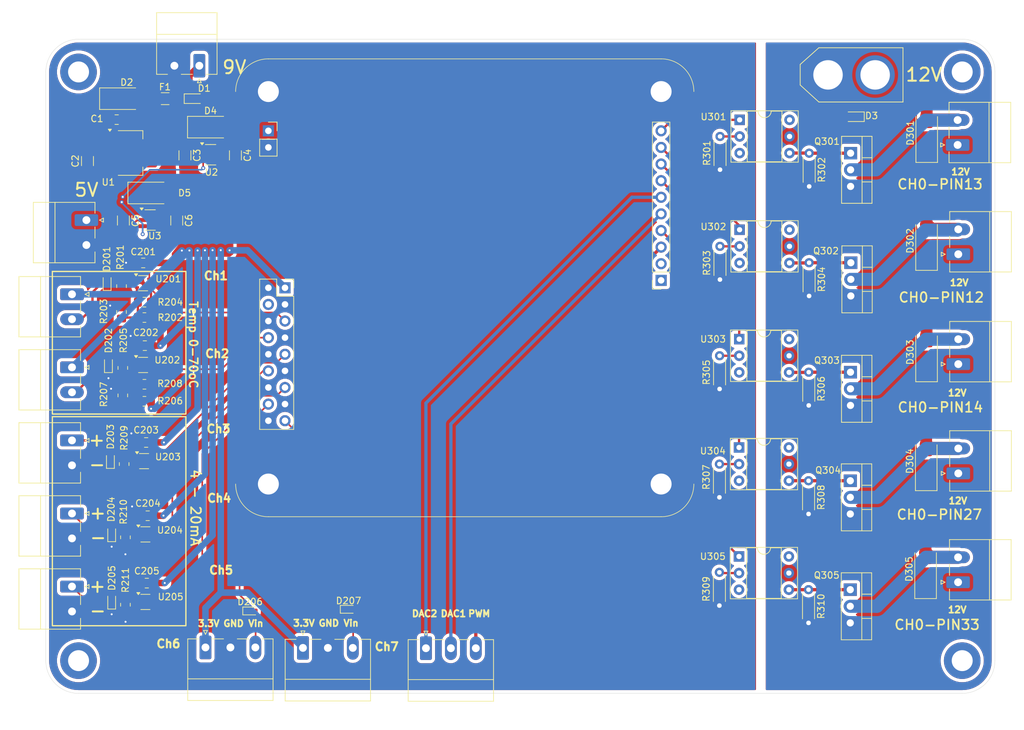
<source format=kicad_pcb>
(kicad_pcb (version 20240108) (generator "pcbnew") (generator_version "8.0")
  (layers (0 "F.Cu" signal) (31 "B.Cu" signal) (34 "B.Paste" user) (35 "F.Paste" user) (36 "B.SilkS" user "B.Silkscreen") (37 "F.SilkS" user "F.Silkscreen") (38 "B.Mask" user) (39 "F.Mask" user) (44 "Edge.Cuts" user))
  (net 0 "")
  (net 1 "/Vcc_protected")
  (net 2 "GND")
  (net 3 "+5V")
  (net 4 "+3.3V")
  (net 5 "+3.3VADC")
  (net 6 "VCC")
  (net 7 "Net-(D2-A)")
  (net 8 "/analog_input/Vin3")
  (net 9 "+12V")
  (net 10 "/analog_input/Vin4")
  (net 11 "/analog_input/Vin5")
  (net 12 "/analog_input/FB1")
  (net 13 "/analog_input/FB2")
  (net 14 "/analog_input/Vin1")
  (net 15 "/analog_input/Vin2")
  (net 16 "/Vout6")
  (net 17 "/Vout7")
  (net 18 "/Vout1")
  (net 19 "/Vout4")
  (net 20 "/Vout2")
  (net 21 "/Vout5")
  (net 22 "/Vout3")
  (net 23 "/Vout0")
  (net 24 "/digital_output/Qneg1")
  (net 25 "/digital_output/Qneg0")
  (net 26 "/digital_output/Qneg2")
  (net 27 "/digital_output/Qneg3")
  (net 28 "/digital_output/Qneg4")
  (net 33 "/D32PWM1")
  (net 34 "/digital_output/Q4")
  (net 35 "/digital_output/Q1")
  (net 36 "/D25DAC1")
  (net 37 "/D26DAC2")
  (net 38 "/digital_output/Q0")
  (net 39 "/digital_output/Q3")
  (net 41 "/digital_output/Q2")
  (net 43 "GNDPWR")
  (net 44 "Net-(Q301-G)")
  (net 45 "Net-(Q302-G)")
  (net 46 "Net-(Q303-G)")
  (net 47 "Net-(Q304-G)")
  (net 48 "Net-(Q305-G)")
  (net 49 "Net-(R301-Pad1)")
  (net 50 "Net-(R303-Pad1)")
  (net 51 "Net-(R305-Pad1)")
  (net 52 "Net-(R307-Pad1)")
  (net 53 "Net-(R309-Pad1)")
  (footprint "Package_TO_SOT_SMD:SOT-353_SC-70-5" (layer "F.Cu") (at 115.015 94.4975)
    (property "Reference" "U203")
    (property "Value" "TLV9001IDCK" (hide yes))
  )
  (footprint "Package_DIP:DIP-6_W7.62mm_Socket" (layer "F.Cu") (at 205.9076 92.4109)
    (property "Reference" "U304")
    (property "Value" "4N25" (hide yes))
  )
  (footprint "Connector_Phoenix_MC:PhoenixContact_MC_1,5_2-G-3.81_1x02_P3.81mm_Horizontal" (layer "F.Cu") (at 239.3 46.16 90)
    (property "Reference" "J301" (hide yes))
    (property "Value" "Conn_01x02")
  )
  (footprint "Package_TO_SOT_THT:TO-220-3_Vertical" (layer "F.Cu") (at 222.9836 64.1665 -90)
    (property "Reference" "Q302")
    (property "Value" "IRLZ44N" (hide yes))
  )
  (footprint "Package_DIP:DIP-6_W7.62mm_Socket" (layer "F.Cu") (at 206 42.3218)
    (property "Reference" "U301")
    (property "Value" "4N25" (hide yes))
  )
  (footprint "Connector_Phoenix_MC:PhoenixContact_MC_1,5_2-G-3.81_1x02_P3.81mm_Horizontal" (layer "F.Cu") (at 104 80.16 -90)
    (property "Reference" "J202" (hide yes))
    (property "Value" "Conn_01x02_Pin")
  )
  (footprint "Resistor_SMD:R_0805_2012Metric_Pad1.20x1.40mm_HandSolder" (layer "F.Cu") (at 115.065 72.5475)
    (property "Reference" "R202")
    (property "Value" "4.3K" (hide yes))
  )
  (footprint "Connector_Phoenix_MC:PhoenixContact_MC_1,5_2-G-3.81_1x02_P3.81mm_Horizontal" (layer "F.Cu") (at 106.2 57.65 -90)
    (property "Reference" "J2" (hide yes))
    (property "Value" "Conn_01x02_Pin")
  )
  (footprint "Resistor_SMD:R_0805_2012Metric_Pad1.20x1.40mm_HandSolder" (layer "F.Cu") (at 111.765 84.4475 -90)
    (property "Reference" "R207")
    (property "Value" "4.3K" (hide yes))
  )
  (footprint "Capacitor_SMD:C_1206_3216Metric" (layer "F.Cu") (at 111.85 57.7125 -90)
    (property "Reference" "C5")
    (property "Value" "0.1uF")
  )
  (footprint "Diode_SMD:D_SOD-523" (layer "F.Cu") (at 110.065 105.5475 90)
    (property "Reference" "D204")
    (property "Value" "6.8V" (hide yes))
  )
  (footprint "Capacitor_SMD:C_0805_2012Metric_Pad1.18x1.45mm_HandSolder" (layer "F.Cu") (at 114.8775 64.1975 180)
    (property "Reference" "C201")
    (property "Value" "10uF" (hide yes))
  )
  (footprint "Diode_SMD:D_SMA_Handsoldering" (layer "F.Cu") (at 234.55 77.85 90)
    (property "Reference" "D303")
    (property "Value" "50V 5A")
  )
  (footprint "Fuse:Fuse_1206_3216Metric" (layer "F.Cu") (at 118.23 39.0875 180)
    (property "Reference" "F1")
    (property "Value" "13.2V 3A" (hide yes))
  )
  (footprint "Resistor_THT:R_Axial_DIN0204_L3.6mm_D1.6mm_P5.08mm_Horizontal" (layer "F.Cu") (at 216.6082 64.1665 -90)
    (property "Reference" "R304")
    (property "Value" "2.2K" (hide yes))
  )
  (footprint "Diode_SMD:D_0603_1608Metric_Pad1.05x0.95mm_HandSolder" (layer "F.Cu") (at 223.375 41.85 180)
    (property "Reference" "D3")
    (property "Value" "VS12VBA1HS" (hide yes))
  )
  (footprint "Diode_SMD:D_SMA" (layer "F.Cu") (at 125.1625 43.4375)
    (property "Reference" "D4")
    (property "Value" "50V 5A" (hide yes))
  )
  (footprint "MountingHole:MountingHole_3.2mm_M3_DIN965_Pad_TopBottom" (layer "F.Cu") (at 134 98)
    (property "Reference" "H4" (hide yes))
    (property "Value" "MountingHole_Pad" (hide yes))
  )
  (footprint "Connector_PinSocket_2.54mm:PinSocket_2x09_P2.54mm_Vertical" (layer "F.Cu") (at 136.54 68)
    (property "Reference" "J4" (hide yes))
    (property "Value" "Conn_02x09_Odd_Even" (hide yes))
  )
  (footprint "Capacitor_SMD:C_0805_2012Metric_Pad1.18x1.45mm_HandSolder" (layer "F.Cu") (at 115.565 102.8475 180)
    (property "Reference" "C204")
    (property "Value" "10uF" (hide yes))
  )
  (footprint "Connector_Phoenix_MC:PhoenixContact_MC_1,5_2-G-3.81_1x02_P3.81mm_Horizontal" (layer "F.Cu") (at 239.4 79.67 90)
    (property "Reference" "J303" (hide yes))
    (property "Value" "Conn_01x02")
  )
  (footprint "Resistor_THT:R_Axial_DIN0204_L3.6mm_D1.6mm_P5.08mm_Horizontal" (layer "F.Cu") (at 216.5546 80.9018 -90)
    (property "Reference" "R306")
    (property "Value" "2.2K" (hide yes))
  )
  (footprint "Connector_PinSocket_2.54mm:PinSocket_1x02_P2.54mm_Vertical" (layer "F.Cu") (at 134 44)
    (property "Reference" "J5" (hide yes))
    (property "Value" "Conn_01x02_Pin" (hide yes))
  )
  (footprint "Package_TO_SOT_SMD:SOT-353_SC-70-5" (layer "F.Cu") (at 114.865 79.7975)
    (property "Reference" "U202")
    (property "Value" "TLV9001IDCK" (hide yes))
  )
  (footprint "MountingHole:MountingHole_3.2mm_M3_DIN965_Pad_TopBottom" (layer "F.Cu") (at 194 98)
    (property "Reference" "H3" (hide yes))
    (property "Value" "MountingHole_Pad" (hide yes))
  )
  (footprint "Capacitor_SMD:C_1206_3216Metric" (layer "F.Cu") (at 128.9625 47.75 -90)
    (property "Reference" "C4")
    (property "Value" "0.1uF")
  )
  (footprint "Connector_Phoenix_MC:PhoenixContact_MC_1,5_2-G-3.81_1x02_P3.81mm_Horizontal" (layer "F.Cu") (at 104 68.99 -90)
    (property "Reference" "J201" (hide yes))
    (property "Value" "Conn_01x02_Pin")
  )
  (footprint "MountingHole:MountingHole_3.2mm_M3_DIN965_Pad_TopBottom" (layer "F.Cu") (at 105 35)
    (property "Reference" "H6" (hide yes))
    (property "Value" "MountingHole_Pad" (hide yes))
  )
  (footprint "Package_DIP:DIP-6_W7.62mm_Socket" (layer "F.Cu") (at 205.9 109.0718)
    (property "Reference" "U305")
    (property "Value" "4N25" (hide yes))
  )
  (footprint "Connector_PinSocket_2.54mm:PinSocket_1x10_P2.54mm_Vertical" (layer "F.Cu") (at 194 66.86 180)
    (property "Reference" "J6" (hide yes))
    (property "Value" "Conn_01x10" (hide yes))
  )
  (footprint "Diode_SMD:D_SOD-523" (layer "F.Cu") (at 131.35 117.4)
    (property "Reference" "D206")
    (property "Value" "6.8V" (hide yes))
  )
  (footprint "Resistor_THT:R_Axial_DIN0204_L3.6mm_D1.6mm_P5.08mm_Horizontal" (layer "F.Cu") (at 202.934 78.3886 -90)
    (property "Reference" "R305")
    (property "Value" "220" (hide yes))
  )
  (footprint "Resistor_THT:R_Axial_DIN0204_L3.6mm_D1.6mm_P5.08mm_Horizontal" (layer "F.Cu") (at 216.5206 114.1496 -90)
    (property "Reference" "R310")
    (property "Value" "2.2K" (hide yes))
  )
  (footprint "Capacitor_SMD:C_0805_2012Metric_Pad1.18x1.45mm_HandSolder" (layer "F.Cu") (at 110.825 42.2875)
    (property "Reference" "C1")
    (property "Value" "0.22uF" (hide yes))
  )
  (footprint "Package_TO_SOT_SMD:SOT-23-5" (layer "F.Cu") (at 125.175 47.6625)
    (property "Reference" "U2")
    (property "Value" "TLV75733PDBV" (hide yes))
  )
  (footprint "Capacitor_SMD:C_1206_3216Metric" (layer "F.Cu") (at 106.3625 48.625 90)
    (property "Reference" "C2")
    (property "Value" "0.1uF")
  )
  (footprint "Connector_Phoenix_MC:PhoenixContact_MC_1,5_2-G-3.81_1x02_P3.81mm_Horizontal" (layer "F.Cu") (at 239.4 96.37 90)
    (property "Reference" "J304" (hide yes))
    (property "Value" "Conn_01x02")
  )
  (footprint "Connector_Phoenix_MC:PhoenixContact_MC_1,5_2-G-3.81_1x02_P3.81mm_Horizontal" (layer "F.Cu") (at 104 102.5 -90)
    (property "Reference" "J204" (hide yes))
    (property "Value" "Conn_01x02_Pin")
  )
  (footprint "Diode_SMD:D_SMA_Handsoldering" (layer "F.Cu") (at 234.575 44.325 90)
    (property "Reference" "D301")
    (property "Value" "50V 5A")
  )
  (footprint "Connector_Phoenix_MC:PhoenixContact_MC_1,5_2-G-3.81_1x02_P3.81mm_Horizontal" (layer "F.Cu") (at 123.45 34.05 180)
    (property "Reference" "J1" (hide yes))
    (property "Value" "Conn_01x02_Pin")
  )
  (footprint "Resistor_THT:R_Axial_DIN0204_L3.6mm_D1.6mm_P5.08mm_Horizontal" (layer "F.Cu") (at 202.9876 61.6609 -90)
    (property "Reference" "R303")
    (property "Value" "220" (hide yes))
  )
  (footprint "Diode_SMD:D_SOD-523" (layer "F.Cu") (at 110.065 115.8475 90)
    (property "Reference" "D205")
    (property "Value" "6.8V" (hide yes))
  )
  (footprint "Resistor_THT:R_Axial_DIN0204_L3.6mm_D1.6mm_P5.08mm_Horizontal" (layer "F.Cu") (at 202.9076 94.9509 -90)
    (property "Reference" "R307")
    (property "Value" "220" (hide yes))
  )
  (footprint "Package_TO_SOT_THT:TO-220-3_Vertical" (layer "F.Cu") (at 222.93 80.9018 -90)
    (property "Reference" "Q303")
    (property "Value" "IRLZ44N" (hide yes))
  )
  (footprint "Diode_SMD:D_SOD-523" (layer "F.Cu") (at 109.565 79.6975 90)
    (property "Reference" "D202")
    (property "Value" "6.8V" (hide yes))
  )
  (footprint "MountingHole:MountingHole_3.2mm_M3_DIN965_Pad_TopBottom" (layer "F.Cu") (at 240 125)
    (property "Reference" "H8" (hide yes))
    (property "Value" "MountingHole_Pad" (hide yes))
  )
  (footprint "MountingHole:MountingHole_3.2mm_M3_DIN965_Pad_TopBottom" (layer "F.Cu") (at 134 38)
    (property "Reference" "H2" (hide yes))
    (property "Value" "MountingHole_Pad" (hide yes))
  )
  (footprint "Resistor_SMD:R_0805_2012Metric_Pad1.20x1.40mm_HandSolder" (layer "F.Cu") (at 111.565 67.7475 90)
    (property "Reference" "R201")
    (property "Value" "7.68K" (hide yes))
  )
  (footprint "Diode_SMD:D_0603_1608Metric_Pad1.05x0.95mm_HandSolder" (layer "F.Cu") (at 122.805 39.0875)
    (property "Reference" "D1")
    (property "Value" "VS12VBA1HS" (hide yes))
  )
  (footprint "Diode_SMD:D_SOD-523" (layer "F.Cu") (at 109.365 67.1475 90)
    (property "Reference" "D201")
    (property "Value" "6.8V" (hide yes))
  )
  (footprint "Resistor_THT:R_Axial_DIN0204_L3.6mm_D1.6mm_P5.08mm_Horizontal" (layer "F.Cu") (at 203 44.8618 -90)
    (property "Reference" "R301")
    (property "Value" "220" (hide yes))
  )
  (footprint "Diode_SMD:D_SOD-523" (layer "F.Cu") (at 146.25 117.15)
    (property "Reference" "D207")
    (property "Value" "6.8V" (hide yes))
  )
  (footprint "Package_TO_SOT_SMD:SOT-353_SC-70-5" (layer "F.Cu") (at 114.865 67.2975)
    (property "Reference" "U201")
    (property "Value" "TLV9001IDCK" (hide yes))
  )
  (footprint "Package_TO_SOT_SMD:SOT-23-5" (layer "F.Cu") (at 115.9375 57.63)
    (property "Reference" "U3")
    (property "Value" "TLV75733PDBV" (hide yes))
  )
  (footprint "Package_TO_SOT_THT:TO-220-3_Vertical" (layer "F.Cu") (at 222.9452 47.42 -90)
    (property "Reference" "Q301")
    (property "Value" "IRLZ44N" (hide yes))
  )
  (footprint "Resistor_THT:R_Axial_DIN0204_L3.6mm_D1.6mm_P5.08mm_Horizontal" (layer "F.Cu") (at 216.5282 97.4971 -90)
    (property "Reference" "R308")
    (property "Value" "2.2K" (hide yes))
  )
  (footprint "Capacitor_SMD:C_1206_3216Metric" (layer "F.Cu") (at 120 57.7125 -90)
    (property "Reference" "C6")
    (property "Value" "0.1uF")
  )
  (footprint "Connector_Phoenix_MC:PhoenixContact_MC_1,5_3-G-3.81_1x03_P3.81mm_Horizontal" (layer "F.Cu") (at 158.07 123.1)
    (property "Reference" "J7" (hide yes))
    (property "Value" "Conn_01x03" (hide yes))
  )
  (footprint "Package_DIP:DIP-6_W7.62mm_Socket" (layer "F.Cu") (at 205.934 75.8486)
    (property "Reference" "U303")
    (property "Value" "4N25" (hide yes))
  )
  (footprint "Capacitor_SMD:C_0805_2012Metric_Pad1.18x1.45mm_HandSolder" (layer "F.Cu") (at 115.4275 113.1475 180)
    (property "Reference" "C205")
    (property "Value" "10uF" (hide yes))
  )
  (footprint "Diode_SMD:D_SMA_Handsoldering" (layer "F.Cu") (at 234.55 60.825 90)
    (property "Reference" "D302")
    (property "Value" "50V 5A")
  )
  (footprint "Package_TO_SOT_THT:TO-220-3_Vertical" (layer "F.Cu") (at 222.896 114.1496 -90)
    (property "Reference" "Q305")
    (property "Value" "IRLZ44N" (hide yes))
  )
  (footprint "MountingHole:MountingHole_3.2mm_M3_DIN965_Pad_TopBottom" (layer "F.Cu") (at 194 38)
    (property "Reference" "H1" (hide yes))
    (property "Value" "MountingHole_Pad" (hide yes))
  )
  (footprint "Package_TO_SOT_THT:TO-220-3_Vertical" (layer "F.Cu") (at 222.9036 97.4971 -90)
    (property "Reference" "Q304")
    (property "Value" "IRLZ44N" (hide yes))
  )
  (footprint "Resistor_THT:R_Axial_DIN0204_L3.6mm_D1.6mm_P5.08mm_Horizontal" (layer "F.Cu") (at 216.6206 47.42 -90)
    (property "Reference" "R302")
    (property "Value" "2.2K" (hide yes))
  )
  (footprint "Diode_SMD:D_SOD-523" (layer "F.Cu") (at 109.865 94.3475 90)
    (property "Reference" "D203")
    (property "Value" "6.8V" (hide yes))
  )
  (footprint "Capacitor_SMD:C_0805_2012Metric_Pad1.18x1.45mm_HandSolder" (layer "F.Cu") (at 115.3275 91.6475 180)
    (property "Reference" "C203")
    (property "Value" "10uF" (hide yes))
  )
  (footprint "Diode_SMD:D_SMA_Handsoldering" (layer "F.Cu") (at 234.4 111 90)
    (property "Reference" "D305")
    (property "Value" "50V 5A")
  )
  (footprint "Connector_Phoenix_MC:PhoenixContact_MC_1,5_3-G-3.81_1x03_P3.81mm_Horizontal" (layer "F.Cu") (at 124.39 122.98)
    (property "Reference" "J206" (hide yes))
    (property "Value" "Conn_01x03_Pin" (hide yes))
  )
  (footprint "Resistor_SMD:R_0805_2012Metric_Pad1.20x1.40mm_HandSolder" (layer "F.Cu") (at 111.965 94.9475 90)
    (property "Reference" "R209")
    (property "Value" "150" (hide yes))
  )
  (footprint "Connector_Phoenix_MC:PhoenixContact_MC_1,5_2-G-3.81_1x02_P3.81mm_Horizontal" (layer "F.Cu") (at 239.4 62.87 90)
    (property "Reference" "J302" (hide yes))
    (property "Value" "Conn_01x02" (hide yes))
  )
  (footprint "Connector_AMASS:AMASS_XT60-F_1x02_P7.20mm_Vertical" (layer "F.Cu") (at 219.5 35.45)
    (property "Reference" "J3" (hide yes))
    (property "Value" "Conn_01x02_Pin" (hide yes))
  )
  (footprint "Package_TO_SOT_SMD:SOT-353_SC-70-5" (layer "F.Cu") (at 115.215 116.0225)
    (property "Reference" "U205")
    (property "Value" "TLV9001IDCK" (hide yes))
  )
  (footprint "Connector_Phoenix_MC:PhoenixContact_MC_1,5_2-G-3.81_1x02_P3.81mm_Horizontal" (layer "F.Cu") (at 104 91.33 -90)
    (property "Reference" "J203" (hide yes))
    (property "Value" "Conn_01x02_Pin")
  )
  (footprint "Resistor_SMD:R_0805_2012Metric_Pad1.20x1.40mm_HandSolder" (layer "F.Cu") (at 115.065 82.7475)
    (property "Reference" "R208")
    (property "Value" "1.5K" (hide yes))
  )
  (footprint "Resistor_SMD:R_0805_2012Metric_Pad1.20x1.40mm_HandSolder" (layer "F.Cu") (at 112.165 106.1475 90)
    (property "Reference" "R210")
    (property "Value" "150" (hide yes))
  )
  (footprint "Package_TO_SOT_SMD:SOT-353_SC-70-5" (layer "F.Cu") (at 115.215 105.6975)
    (property "Reference" "U204")
    (property "Value" "TLV9001IDCK" (hide yes))
  )
  (footprint "Resistor_SMD:R_0805_2012Metric_Pad1.20x1.40mm_HandSolder" (layer "F.Cu") (at 115.065 85.3475)
    (property "Reference" "R206")
    (property "Value" "4.3K" (hide yes))
  )
  (footprint "Diode_SMD:D_SMA" (layer "F.Cu") (at 116.05 53.5)
    (property "Reference" "D5")
    (property "Value" "50V 5A" (hide yes))
  )
  (footprint "Package_TO_SOT_SMD:SOT-223-3_TabPin2" (layer "F.Cu") (at 112.9125 47.3875)
    (property "Reference" "U1")
    (property "Value" "LM340MPX-5.0/NOPB" (hide yes))
  )
  (footprint "Package_DIP:DIP-6_W7.62mm_Socket" (layer "F.Cu") (at 205.9876 59.1209)
    (property "Reference" "U302")
    (property "Value" "4N25" (hide yes))
  )
  (footprint "Capacitor_SMD:C_1206_3216Metric" (layer "F.Cu") (at 121.25 47.75 -90)
    (property "Reference" "C3")
    (property "Value" "0.1uF")
  )
  (footprint "Resistor_THT:R_Axial_DIN0204_L3.6mm_D1.6mm_P5.08mm_Horizontal" (layer "F.Cu") (at 202.9 111.5 -90)
    (property "Reference" "R309")
    (property "Value" "220" (hide yes))
  )
  (footprint "Capacitor_SMD:C_0805_2012Metric_Pad1.18x1.45mm_HandSolder" (layer "F.Cu") (at 115.1275 76.8475 180)
    (property "Reference" "C202")
    (property "Value" "10uF" (hide yes))
  )
  (footprint "Resistor_SMD:R_0805_2012Metric_Pad1.20x1.40mm_HandSolder" (layer "F.Cu") (at 112.165 116.4475 90)
    (property "Reference" "R211")
    (property "Value" "150" (hide yes))
  )
  (footprint "Resistor_SMD:R_0805_2012Metric_Pad1.20x1.40mm_HandSolder" (layer "F.Cu") (at 111.565 71.6975 -90)
    (property "Reference" "R203")
    (property "Value" "4.3K" (hide yes))
  )
  (footprint "Connector_Phoenix_MC:PhoenixContact_MC_1,5_3-G-3.81_1x03_P3.81mm_Horizontal" (layer "F.Cu") (at 139.28 123.05)
    (property "Reference" "J207" (hide yes))
    (property "Value" "Conn_01x03_Pin" (hide yes))
  )
  (footprint "Resistor_SMD:R_0805_2012Metric_Pad1.20x1.40mm_HandSolder" (layer "F.Cu") (at 111.765 80.2475 90)
    (property "Reference" "R205")
    (property "Value" "7.68K" (hide yes))
  )
  (footprint "Diode_SMD:D_SMA_Handsoldering" (layer "F.Cu") (at 234.5 94.5 90)
    (property "Reference" "D304")
    (property "Value" "50V 5A")
  )
  (footprint "Diode_SMD:D_SMA" (layer "F.Cu") (at 111.73 39.0875)
    (property "Reference" "D2")
    (property "Value" "B340A-13-F" (hide yes))
  )
  (footprint "Connector_Phoenix_MC:PhoenixContact_MC_1,5_2-G-3.81_1x02_P3.81mm_Horizontal" (layer "F.Cu") (at 239.3675 113.01 90)
    (property "Reference" "J305" (hide yes))
    (property "Value" "Conn_01x02")
  )
  (footprint "MountingHole:MountingHole_3.2mm_M3_DIN965_Pad_TopBottom" (layer "F.Cu") (at 240 35)
    (property "Reference" "H5" (hide yes))
    (property "Value" "MountingHole_Pad")
  )
  (footprint "Connector_Phoenix_MC:PhoenixContact_MC_1,5_2-G-3.81_1x02_P3.81mm_Horizontal" (layer "F.Cu") (at 104 113.67 -90)
    (property "Reference" "J205" (hide yes))
    (property "Value" "Conn_01x02_Pin")
  )
  (footprint "Resistor_SMD:R_0805_2012Metric_Pad1.20x1.40mm_HandSolder" (layer "F.Cu") (at 115.065 70.1975)
    (property "Reference" "R204")
    (property "Value" "1.5K" (hide yes))
  )
  (footprint "MountingHole:MountingHole_3.2mm_M3_DIN965_Pad_TopBottom" (layer "F.Cu") (at 105 125)
    (property "Reference" "H7" (hide yes))
    (property "Value" "MountingHole_Pad")
  )
  (gr_arc (start 134 103) (mid 130.464466 101.535534) (end 129 98) (stroke (width 0.1)) (layer "F.SilkS"))
  (gr_rect (start 101 87.7) (end 121.4 119.66) (stroke (width 0.2)) (fill none) (layer "F.SilkS"))
  (gr_line (start 194 33) (end 134 33) (stroke (width 0.1)) (layer "F.SilkS"))
  (gr_line (start 134 103) (end 194 103) (stroke (width 0.1)) (layer "F.SilkS"))
  (gr_arc (start 194 33) (mid 197.535534 34.464466) (end 199 38) (stroke (width 0.1)) (layer "F.SilkS"))
  (gr_arc (start 199 98) (mid 197.535534 101.535534) (end 194 103) (stroke (width 0.1)) (layer "F.SilkS"))
  (gr_rect (start 101 65.5) (end 121.4 87.3) (stroke (width 0.2)) (fill none) (layer "F.SilkS"))
  (gr_arc (start 129 38) (mid 130.464466 34.464466) (end 134 33) (stroke (width 0.1)) (layer "F.SilkS"))
  (gr_line (start 105 130) (end 240 130) (stroke (width 0.05)) (layer "Edge.Cuts"))
  (gr_line (start 240 30) (end 105 30) (stroke (width 0.05)) (layer "Edge.Cuts"))
  (gr_line (start 245 125) (end 245 35) (stroke (width 0.05)) (layer "Edge.Cuts"))
  (gr_arc (start 240 30) (mid 243.535534 31.464466) (end 245 35) (stroke (width 0.05)) (layer "Edge.Cuts"))
  (gr_arc (start 105 130) (mid 101.464466 128.535534) (end 100 125) (stroke (width 0.05)) (layer "Edge.Cuts"))
  (gr_arc (start 245 125) (mid 243.535534 128.535534) (end 240 130) (stroke (width 0.05)) (layer "Edge.Cuts"))
  (gr_line (start 100 35) (end 100 125) (stroke (width 0.05)) (layer "Edge.Cuts"))
  (gr_arc (start 100 35) (mid 101.464466 31.464466) (end 105 30) (stroke (width 0.05)) (layer "Edge.Cuts"))
  (gr_text "GND" (at 141.55 119.85 0) (layer "F.SilkS") (effects (font (size 1 1) (thickness 0.25) (bold yes)) (justify left bottom)))
  (gr_text "3.3V" (at 123.1 119.9 0) (layer "F.SilkS") (effects (font (size 1 1) (thickness 0.25) (bold yes)) (justify left bottom)))
  (gr_text "DAC1" (at 160.2 118.4 0) (layer "F.SilkS") (effects (font (size 1 1) (thickness 0.25) (bold yes)) (justify left bottom)))
  (gr_text "GND" (at 127 119.9 0) (layer "F.SilkS") (effects (font (size 1 1) (thickness 0.25) (bold yes)) (justify left bottom)))
  (gr_text "+" (at 106.45 114.75 0) (layer "F.SilkS") (effects (font (size 2 2) (thickness 0.3) (bold yes)) (justify left bottom)))
  (gr_text "Ch6" (at 116.75 123.15 0) (layer "F.SilkS") (effects (font (size 1.25 1.25) (thickness 0.3) (bold yes)) (justify left bottom)))
  (gr_text "Ch2" (at 124.2 78.8 0) (layer "F.SilkS") (effects (font (size 1.25 1.25) (thickness 0.3) (bold yes)) (justify left bottom)))
  (gr_text "Ch7" (at 150.1 123.6 0) (layer "F.SilkS") (effects (font (size 1.25 1.25) (thickness 0.3) (bold yes)) (justify left bottom)))
  (gr_text "3.3V" (at 137.65 119.85 0) (layer "F.SilkS") (effects (font (size 1 1) (thickness 0.25) (bold yes)) (justify left bottom)))
  (gr_text "12V" (at 237.7 117.8 0) (layer "F.SilkS") (effects (font (size 1 1) (thickness 0.25) (bold yes)) (justify left bottom)))
  (gr_text "Ch1" (at 124 66.9 0) (layer "F.SilkS") (effects (font (size 1.25 1.25) (thickness 0.3) (bold yes)) (justify left bottom)))
  (gr_text "12V" (at 237.7 84.65 0) (layer "F.SilkS") (effects (font (size 1 1) (thickness 0.25) (bold yes)) (justify left bottom)))
  (gr_text "Temp 0-70oC" (at 121.8 69.9 270) (layer "F.SilkS") (effects (font (size 1.25 1.25) (thickness 0.25) (bold yes)) (justify left bottom)))
  (gr_text "DAC2" (at 155.8 118.4 0) (layer "F.SilkS") (effects (font (size 1 1) (thickness 0.25) (bold yes)) (justify left bottom)))
  (gr_text "5V" (at 104.2 54.2 0) (layer "F.SilkS") (effects (font (size 2 2) (thickness 0.3) (bold yes)) (justify left bottom)))
  (gr_text "+" (at 106.35 92.4 0) (layer "F.SilkS") (effects (font (size 2 2) (thickness 0.3) (bold yes)) (justify left bottom)))
  (gr_text "9V" (at 126.8 35.45 0) (layer "F.SilkS") (effects (font (size 2 2) (thickness 0.3) (bold yes)) (justify left bottom)))
  (gr_text "12V" (at 238.2 50.85 0) (layer "F.SilkS") (effects (font (size 1 1) (thickness 0.25) (bold yes)) (justify left bottom)))
  (gr_text "CH0-PIN27" (at 229.85 103.55 0) (layer "F.SilkS") (effects (font (size 1.5 1.5) (thickness 0.25) (bold yes)) (justify left bottom)))
  (gr_text "-" (at 106.5 118.5 0) (layer "F.SilkS") (effects (font (size 2 2) (thickness 0.3) (bold yes)) (justify left bottom)))
  (gr_text "CH0-PIN14" (at 230 87.15 0) (layer "F.SilkS") (effects (font (size 1.5 1.5) (thickness 0.25) (bold yes)) (justify left bottom)))
  (gr_text "Ch4" (at 124.5 100.9 0) (layer "F.SilkS") (effects (font (size 1.25 1.25) (thickness 0.3) (bold yes)) (justify left bottom)))
  (gr_text "-" (at 106.4 96.15 0) (layer "F.SilkS") (effects (font (size 2 2) (thickness 0.3) (bold yes)) (justify left bottom)))
  (gr_text "12V" (at 231.2 36.6 0) (layer "F.SilkS") (effects (font (size 2 2) (thickness 0.3) (bold yes)) (justify left bottom)))
  (gr_text "+" (at 106.5 103.55 0) (layer "F.SilkS") (effects (font (size 2 2) (thickness 0.3) (bold yes)) (justify left bottom)))
  (gr_text "Vin" (at 130.8 119.9 0) (layer "F.SilkS") (effects (font (size 1 1) (thickness 0.25) (bold yes)) (justify left bottom)))
  (gr_text "PWM" (at 164.4 118.4 0) (layer "F.SilkS") (effects (font (size 1 1) (thickness 0.25) (bold yes)) (justify left bottom)))
  (gr_text "12V" (at 238 67.8 0) (layer "F.SilkS") (effects (font (size 1 1) (thickness 0.25) (bold yes)) (justify left bottom)))
  (gr_text "CH0-PIN12" (at 230.15 70.35 0) (layer "F.SilkS") (effects (font (size 1.5 1.5) (thickness 0.25) (bold yes)) (justify left bottom)))
  (gr_text "Ch5" (at 124.8 111.9 0) (layer "F.SilkS") (effects (font (size 1.25 1.25) (thickness 0.3) (bold yes)) (justify left bottom)))
  (gr_text "-" (at 106.55 107.3 0) (layer "F.SilkS") (effects (font (size 2 2) (thickness 0.3) (bold yes)) (justify left bottom)))
  (gr_text "12V" (at 237.8 101.15 0) (layer "F.SilkS") (effects (font (size 1 1) (thickness 0.25) (bold yes)) (justify left bottom)))
  (gr_text "CH0-PIN33" (at 229.5 120.4 0) (layer "F.SilkS") (effects (font (size 1.5 1.5) (thickness 0.25) (bold yes)) (justify left bottom)))
  (gr_text "4 - 20mA" (at 122 95.6 270) (layer "F.SilkS") (effects (font (size 1.5 1.5) (thickness 0.25) (bold yes)) (justify left bottom)))
  (gr_text "Vin" (at 145.35 119.85 0) (layer "F.SilkS") (effects (font (size 1 1) (thickness 0.25) (bold yes)) (justify left bottom)))
  (gr_text "CH0-PIN13" (at 229.95 53.05 0) (layer "F.SilkS") (effects (font (size 1.5 1.5) (thickness 0.25) (bold yes)) (justify left bottom)))
  (gr_text "Ch3" (at 124.4 90.3 0) (layer "F.SilkS") (effects (font (size 1.25 1.25) (thickness 0.3) (bold yes)) (justify left bottom)))
  (segment (start 109.7875 42.2875) (end 109.7875 45.0625) (width 1) (layer "F.Cu") (net 1))
  (segment (start 109.73 39.0875) (end 109.73 42.23) (width 1) (layer "F.Cu") (net 1))
  (segment (start 109.73 42.23) (end 109.7875 42.2875) (width 1) (layer "F.Cu") (net 1))
  (segment (start 109.7875 45.0625) (end 109.7625 45.0875) (width 1) (layer "F.Cu") (net 1))
  (segment (start 121.25 48.7875) (end 122.375 47.6625) (width 0.25) (layer "F.Cu") (net 2))
  (segment (start 110.065 106.2475) (end 110.065 107.575) (width 0.25) (layer "F.Cu") (net 2))
  (segment (start 113.915 67.2975) (end 113.015 67.2975) (width 0.25) (layer "F.Cu") (net 2))
  (segment (start 114.09 76.49) (end 112.96 75.36) (width 0.25) (layer "F.Cu") (net 2))
  (segment (start 111.765 81.2475) (end 111.765 83.4475) (width 0.25) (layer "F.Cu") (net 2))
  (segment (start 114.89 67) (end 114.89 65.2475) (width 0.25) (layer "F.Cu") (net 2))
  (segment (start 113.415 94.4975) (end 111.965 95.9475) (width 0.25) (layer "F.Cu") (net 2))
  (segment (start 113.215 79.7975) (end 111.765 81.2475) (width 0.25) (layer "F.Cu") (net 2))
  (segment (start 109.8525 70.6975) (end 109.83 70.72) (width 0.25) (layer "F.Cu") (net 2))
  (segment (start 114.265 105.6975) (end 114.9725 105.6975) (width 0.25) (layer "F.Cu") (net 2))
  (segment (start 115.23 115.7) (end 115.23 113.9875) (width 0.25) (layer "F.Cu") (net 2))
  (segment (start 111.565 70.6975) (end 109.8525 70.6975) (width 0.25) (layer "F.Cu") (net 2))
  (segment (start 112.165 107.1475) (end 110.965 107.1475) (width 0.25) (layer "F.Cu") (net 2))
  (segment (start 115.04 77.7975) (end 114.09 76.8475) (width 0.25) (layer "F.Cu") (net 2))
  (segment (start 112.165 117.4475) (end 110.965 117.4475) (width 0.25) (layer "F.Cu") (net 2))
  (segment (start 114.065 94.4975) (end 113.415 94.4975) (width 0.25) (layer "F.Cu") (net 2))
  (segment (start 115.04 79.53) (end 115.04 77.7975) (width 0.25) (layer "F.Cu") (net 2))
  (segment (start 112.165 107.1475) (end 112.165 108.735) (width 0.25) (layer "F.Cu") (net 2))
  (segment (start 114.265 116.0225) (end 113.59 116.0225) (width 0.25) (layer "F.Cu") (net 2))
  (segment (start 110.065 116.5475) (end 110.065 117.905) (width 0.25) (layer "F.Cu") (net 2))
  (segment (start 115.33 103.65) (end 114.5275 102.8475) (width 0.25) (layer "F.Cu") (net 2))
  (segment (start 113.59 116.0225) (end 112.165 117.4475) (width 0.25) (layer "F.Cu") (net 2))
  (segment (start 112.2875 64.1975) (end 112.26 64.17) (width 0.25) (layer "F.Cu") (net 2))
  (segment (start 112.165 117.4475) (end 112.165 119.045) (width 0.25) (layer "F.Cu") (net 2))
  (segment (start 118.88 57.63) (end 120 58.75) (width 0.25) (layer "F.Cu") (net 2))
  (segment (start 111.85 58.75) (end 112.85 58.75) (width 0.25) (layer "F.Cu") (net 2))
  (segment (start 113.915 79.7975) (end 114.7725 79.7975) (width 0.25) (layer "F.Cu") (net 2))
  (segment (start 114.9075 116.0225) (end 115.23 115.7) (width 0.25) (layer "F.Cu") (net 2))
  (segment (start 113.615 105.6975) (end 112.165 107.1475) (width 0.25) (layer "F.Cu") (net 2))
  (segment (start 110.965 117.4475) (end 110.065 116.5475) (width 0.25) (layer "F.Cu") (net 2))
  (segment (start 113.915 79.7975) (end 113.215 79.7975) (width 0.25) (layer "F.Cu") (net 2))
  (segment (start 112.165 108.735) (end 112.16 108.74) (width 0.25) (layer "F.Cu") (net 2))
  (segment (start 115.23 113.9875) (end 114.39 113.1475) (width 0.25) (layer "F.Cu") (net 2))
  (segment (start 109.565 80.3975) (end 109.565 81.815) (width 0.25) (layer "F.Cu") (net 2))
  (segment (start 114.7725 79.7975) (end 115.04 79.53) (width 0.25) (layer "F.Cu") (net 2))
  (segment (start 109.565 81.815) (end 109.57 81.82) (width 0.25) (layer "F.Cu") (net 2))
  (segment (start 113.84 64.1975) (end 112.2875 64.1975) (width 0.25) (layer "F.Cu") (net 2))
  (segment (start 114.9725 105.6975) (end 115.33 105.34) (width 0.25) (layer "F.Cu") (net 2))
  (segment (start 109.8075 81.2475) (end 109.565 81.005) (width 0.25) (layer "F.Cu") (net 2))
  (segment (start 115.1 92.4575) (end 114.29 91.6475) (width 0.25) (layer "F.Cu") (net 2))
  (segment (start 115.33 105.34) (end 115.33 103.65) (width 0.25) (layer "F.Cu") (net 2))
  (segment (start 115.1 94.08) (end 115.1 92.4575) (width 0.25) (layer "F.Cu") (net 2))
  (segment (start 111.765 83.4475) (end 109.9875 83.4475) (width 0.25) (layer "F.Cu") (net 2))
  (segment (start 114.89 65.2475) (end 113.84 64.1975) (width 0.25) (layer "F.Cu") (net 2))
  (segment (start 112.165 119.045) (end 112.18 119.06) (width 0.25) (layer "F.Cu") (net 2))
  (segment (start 114.09 76.8475) (end 114.09 76.49) (width 0.25) (layer "F.Cu") (net 2))
  (segment (start 114.265 116.0225) (end 114.9075 116.0225) (width 0.25) (layer "F.Cu") (net 2))
  (segment (start 127.8375 47.6625) (end 128.9625 48.7875) (width 0.25) (layer "F.Cu") (net 2))
  (segment (start 114.8 57.63) (end 118.88 57.63) (width 0.25) (layer "F.Cu") (net 2))
  (segment (start 122.375 47.6625) (end 124.0375 47.6625) (width 0.25) (layer "F.Cu") (net 2))
  (segment (start 114.6825 94.4975) (end 115.1 94.08) (width 0.25) (layer "F.Cu") (net 2))
  (segment (start 111.765 81.2475) (end 109.8075 81.2475) (width 0.25) (layer "F.Cu") (net 2))
  (segment (start 114.5275 102.7775) (end 113.18 101.43) (width 0.25) (layer "F.Cu") (net 2))
  (segment (start 110.065 107.575) (end 110.06 107.58) (width 0.25) (layer "F.Cu") (net 2))
  (segment (start 114.065 94.4975) (end 114.6825 94.4975) (width 0.25) (layer "F.Cu") (net 2))
  (segment (start 110.965 107.1475) (end 110.065 106.2475) (width 0.25) (layer "F.Cu") (net 2))
  (segment (start 113.915 67.2975) (end 114.5925 67.2975) (width 0.25) (layer "F.Cu") (net 2))
  (segment (start 113.97 57.63) (end 114.8 57.63) (width 0.25) (layer "F.Cu") (net 2))
  (segment (start 111.965 95.9475) (end 110.765 95.9475) (width 0.25) (layer "F.Cu") (net 2))
  (segment (start 114.29 91.6475) (end 114.29 91.48) (width 0.25) (layer "F.Cu") (net 2))
  (segment (start 110.065 117.905) (end 110.06 117.91) (width 0.25) (layer "F.Cu") (net 2))
  (segment (start 112.85 58.75) (end 113.97 57.63) (width 0.25) (layer "F.Cu") (net 2))
  (segment (start 113.015 67.2975) (end 111.565 68.7475) (width 0.25) (layer "F.Cu") (net 2))
  (segment (start 114.29 91.48) (end 113.07 90.26) (width 0.25) (layer "F.Cu") (net 2))
  (segment (start 109.565 81.005) (end 109.565 80.3975) (width 0.25) (layer "F.Cu") (net 2))
  (segment (start 114.5275 102.8475) (end 114.5275 102.7775) (width 0.25) (layer "F.Cu") (net 2))
  (segment (start 114.5925 67.2975) (end 114.89 67) (width 0.25) (layer "F.Cu") (net 2))
  (segment (start 109.9875 83.4475) (end 109.97 83.43) (width 0.25) (layer "F.Cu") (net 2))
  (segment (start 124.0375 47.6625) (end 127.8375 47.6625) (width 0.25) (layer "F.Cu") (net 2))
  (segment (start 110.765 95.9475) (end 109.865 95.0475) (width 0.25) (layer "F.Cu") (net 2))
  (segment (start 114.265 105.6975) (end 113.615 105.6975) (width 0.25) (layer "F.Cu") (net 2))
  (via (at 112.96 75.36) (size 0.6) (drill 0.3) (layers "F.Cu" "B.Cu") (net 2))
  (via (at 112.26 64.17) (size 0.6) (drill 0.3) (layers "F.Cu" "B.Cu") (net 2))
  (via (at 113.07 90.26) (size 0.6) (drill 0.3) (layers "F.Cu" "B.Cu") (net 2))
  (via (at 112.18 119.06) (size 0.6) (drill 0.3) (layers "F.Cu" "B.Cu") (net 2))
  (via (at 109.97 83.43) (size 0.6) (drill 0.3) (layers "F.Cu" "B.Cu") (net 2))
  (via (at 110.06 117.91) (size 0.6) (drill 0.3) (layers "F.Cu" "B.Cu") (net 2))
  (via (at 110.06 107.58) (size 0.6) (drill 0.3) (layers "F.Cu" "B.Cu") (net 2))
  (via (at 112.16 108.74) (size 0.6) (drill 0.3) (layers "F.Cu" "B.Cu") (net 2))
  (via (at 113.18 101.43) (size 0.6) (drill 0.3) (layers "F.Cu" "B.Cu") (net 2))
  (via (at 109.83 70.72) (size 0.6) (drill 0.3) (layers "F.Cu" "B.Cu") (net 2))
  (via (at 109.57 81.82) (size 0.6) (drill 0.3) (layers "F.Cu" "B.Cu") (net 2))
  (segment (start 124.0375 48.6125) (end 124.0375 49.6875) (width 0.25) (layer "F.Cu") (net 3))
  (segment (start 124.0375 49.6875) (end 124.05 49.7) (width 0.25) (layer "F.Cu") (net 3))
  (segment (start 114.8 58.58) (end 114.8 59.8) (width 0.25) (layer "F.Cu") (net 3))
  (segment (start 109.7625 49.6875) (end 110.2375 49.6875) (width 1) (layer "F.Cu") (net 3))
  (segment (start 106.3875 49.6875) (end 106.3625 49.6625) (width 1) (layer "F.Cu") (net 3))
  (via (at 124.05 49.7) (size 0.6) (drill 0.3) (layers "F.Cu" "B.Cu") (net 3))
  (via (at 111.75 54.1) (size 0.6) (drill 0.3) (layers "F.Cu" "B.Cu") (net 3))
  (via (at 114.8 59.8) (size 0.6) (drill 0.3) (layers "F.Cu" "B.Cu") (net 3))
  (via (at 111.6 54.9) (size 0.6) (drill 0.3) (layers "F.Cu" "B.Cu") (net 3))
  (segment (start 114.8 58.2) (end 114.8 59.8) (width 0.25) (layer "B.Cu") (net 3))
  (segment (start 124.05 49.7) (end 123.8 49.95) (width 0.25) (layer "B.Cu") (net 3))
  (segment (start 123.8 49.95) (end 115.9 49.95) (width 0.25) (layer "B.Cu") (net 3))
  (segment (start 111.6 54.9) (end 111.6 55) (width 0.25) (layer "B.Cu") (net 3))
  (segment (start 115.9 49.95) (end 111.75 54.1) (width 0.25) (layer "B.Cu") (net 3))
  (segment (start 111.6 55) (end 114.8 58.2) (width 0.25) (layer "B.Cu") (net 3))
  (segment (start 133.99 44.01) (end 134 44) (width 1) (layer "F.Cu") (net 4))
  (segment (start 116.165 115.3725) (end 116.165 113.4475) (width 0.25) (layer "F.Cu") (net 5))
  (segment (start 116.4825 113.13) (end 116.465 113.1475) (width 1) (layer "F.Cu") (net 5))
  (segment (start 117.5075 76.8475) (end 117.51 76.85) (width 1) (layer "F.Cu") (net 5))
  (segment (start 115.815 66.6475) (end 115.815 64.2975) (width 0.25) (layer "F.Cu") (net 5))
  (segment (start 116.3725 91.64) (end 116.365 91.6475) (width 1) (layer "F.Cu") (net 5))
  (segment (start 118.8925 64.1975) (end 120.78 62.31) (width 1) (layer "F.Cu") (net 5))
  (segment (start 115.815 79.1475) (end 115.815 77.1975) (width 0.25) (layer "F.Cu") (net 5))
  (segment (start 116.165 103.285) (end 116.6025 102.8475) (width 0.25) (layer "F.Cu") (net 5))
  (segment (start 115.815 64.2975) (end 115.915 64.1975) (width 0.25) (layer "F.Cu") (net 5))
  (segment (start 115.965 92.0475) (end 116.365 91.6475) (width 0.35) (layer "F.Cu") (net 5))
  (segment (start 116.6025 102.8475) (end 117.9575 102.8475) (width 1) (layer "F.Cu") (net 5))
  (segment (start 116.165 113.4475) (end 116.465 113.1475) (width 0.25) (layer "F.Cu") (net 5))
  (segment (start 116.165 105.0475) (end 116.165 103.285) (width 0.25) (layer "F.Cu") (net 5))
  (segment (start 115.965 93.8475) (end 115.965 92.0475) (width 0.35) (layer "F.Cu") (net 5))
  (segment (start 117.51 73.9925) (end 116.065 72.5475) (width 1) (layer "F.Cu") (net 5))
  (segment (start 116.165 76.8475) (end 117.5075 76.8475) (width 1) (layer "F.Cu") (net 5))
  (segment (start 116.08 86.49) (end 116.08 85.3625) (width 1) (layer "F.Cu") (net 5))
  (segment (start 116.08 85.3625) (end 116.065 85.3475) (width 1) (layer "F.Cu") (net 5))
  (segment (start 117.9575 102.8475) (end 117.975 102.83) (width 1) (layer "F.Cu") (net 5))
  (segment (start 118.17 113.13) (end 116.4825 113.13) (width 1) (layer "F.Cu") (net 5))
  (segment (start 118.04 91.64) (end 116.3725 91.64) (width 1) (layer "F.Cu") (net 5))
  (segment (start 115.815 77.1975) (end 116.165 76.8475) (width 0.25) (layer "F.Cu") (net 5))
  (segment (start 117.51 76.85) (end 117.51 73.9925) (width 1) (layer "F.Cu") (net 5))
  (segment (start 115.915 64.1975) (end 118.8925 64.1975) (width 1) (layer "F.Cu") (net 5))
  (via (at 123.19 62.29) (size 0.6) (drill 0.3) (layers "F.Cu" "B.Cu") (net 5))
  (via (at 120.78 62.31) (size 0.6) (drill 0.3) (layers "F.Cu" "B.Cu") (net 5))
  (via (at 126.72 62.25) (size 0.6) (drill 0.3) (layers "F.Cu" "B.Cu") (net 5))
  (via (at 118.17 113.13) (size 0.6) (drill 0.3) (layers "F.Cu" "B.Cu") (net 5))
  (via (at 118.04 91.64) (size 0.6) (drill 0.3) (layers "F.Cu" "B.Cu") (net 5))
  (via (at 116.08 86.49) (size 0.6) (drill 0.3) (layers "F.Cu" "B.Cu") (net 5))
  (via (at 128.07 62.27) (size 0.6) (drill 0.3) (layers "F.Cu" "B.Cu") (net 5))
  (via (at 117.51 76.85) (size 0.6) (drill 0.3) (layers "F.Cu" "B.Cu") (net 5))
  (via (at 125.47 62.255) (size 0.6) (drill 0.3) (layers "F.Cu" "B.Cu") (net 5))
  (via (at 121.94 62.295) (size 0.6) (drill 0.3) (layers "F.Cu" "B.Cu") (net 5))
  (via (at 117.975 102.83) (size 0.6) (drill 0.3) (layers "F.Cu" "B.Cu") (net 5))
  (via (at 124.31 62.27) (size 0.6) (drill 0.3) (layers "F.Cu" "B.Cu") (net 5))
  (segment (start 124.31 96.495) (end 124.31 62.27) (width 1) (layer "B.Cu") (net 5))
  (segment (start 130.83 114.6) (end 139.28 123.05) (width 1) (layer "B.Cu") (net 5))
  (segment (start 125.47 62.255) (end 125.47 105.83) (width 1) (layer "B.Cu") (net 5))
  (segment (start 128.07 62.27) (end 130.81 62.27) (width 1) (layer "B.Cu") (net 5))
  (segment (start 116.08 86.49) (end 116.63 86.49) (width 1) (layer "B.Cu") (net 5))
  (segment (start 121.94 81.18) (end 121.94 72.42) (width 1) (layer "B.Cu") (net 5))
  (segment (start 120.78 62.31) (end 114.1 68.99) (width 1) (layer "B.Cu") (net 5))
  (segment (start 121.865 62.295) (end 104 80.16) (width 1) (layer "B.Cu") (net 5))
  (segment (start 121.94 62.295) (end 121.865 62.295) (width 1) (layer "B.Cu") (net 5))
  (segment (start 123.19 62.29) (end 123.19 86.49) (width 1) (layer "B.Cu") (net 5))
  (segment (start 130.81 62.27) (end 136.54 68) (width 1) (layer "B.Cu") (net 5))
  (segment (start 117.975 102.83) (end 124.31 96.495) (width 1) (layer "B.Cu") (net 5))
  (segment (start 117.51 76.85) (end 121.94 72.42) (width 1) (layer "B.Cu") (net 5))
  (segment (start 126.72 114.6) (end 130.83 114.6) (width 1) (layer "B.Cu") (net 5))
  (segment (start 114.1 68.99) (end 104 68.99) (width 1) (layer "B.Cu") (net 5))
  (segment (start 126.72 62.25) (end 126.72 114.6) (width 1) (layer "B.Cu") (net 5))
  (segment (start 116.63 86.49) (end 121.94 81.18) (width 1) (layer "B.Cu") (net 5))
  (segment (start 125.47 105.83) (end 118.17 113.13) (width 1) (layer "B.Cu") (net 5))
  (segment (start 124.39 116.93) (end 124.39 122.98) (width 1) (layer "B.Cu") (net 5))
  (segment (start 121.94 72.42) (end 121.94 62.295) (width 1) (layer "B.Cu") (net 5))
  (segment (start 123.19 86.49) (end 118.04 91.64) (width 1) (layer "B.Cu") (net 5))
  (segment (start 126.72 114.6) (end 124.39 116.93) (width 1) (layer "B.Cu") (net 5))
  (segment (start 121.93 35.57) (end 123.45 34.05) (width 1) (layer "F.Cu") (net 6))
  (segment (start 121.93 39.0875) (end 121.93 35.57) (width 1) (layer "F.Cu") (net 6))
  (segment (start 121.93 39.0875) (end 119.63 39.0875) (width 1) (layer "F.Cu") (net 6))
  (segment (start 116.83 39.0875) (end 113.73 39.0875) (width 1) (layer "F.Cu") (net 7))
  (segment (start 111.665 93.6475) (end 111.965 93.9475) (width 0.35) (layer "F.Cu") (net 8))
  (segment (start 104 91.33) (end 107.5475 91.33) (width 0.35) (layer "F.Cu") (net 8))
  (segment (start 107.5475 91.33) (end 109.865 93.6475) (width 0.35) (layer "F.Cu") (net 8))
  (segment (start 114.065 93.8475) (end 112.065 93.8475) (width 0.35) (layer "F.Cu") (net 8))
  (segment (start 112.065 93.8475) (end 111.965 93.9475) (width 0.35) (layer "F.Cu") (net 8))
  (segment (start 109.865 93.6475) (end 111.665 93.6475) (width 0.35) (layer "F.Cu") (net 8))
  (segment (start 229.8 80.4) (end 234.5 80.4) (width 3) (layer "F.Cu") (net 9))
  (segment (start 213.5276 94.9509) (end 212.5767 94) (width 0.5) (layer "F.Cu") (net 9))
  (segment (start 234.89 113.01) (end 234.4 113.5) (width 2) (layer "F.Cu") (net 9))
  (segment (start 227.7 45.1) (end 229.4 46.8) (width 3) (layer "F.Cu") (net 9))
  (segment (start 211.6 77.8) (end 211.6 94) (width 0.5) (layer "F.Cu") (net 9))
  (segment (start 234.5 80.4) (end 234.55 80.35) (width 3) (layer "F.Cu") (net 9))
  (segment (start 235.005 62.87) (end 234.55 63.325) (width 2) (layer "F.Cu") (net 9))
  (segment (start 227.7 38.9) (end 226.7 37.9) (width 3) (layer "F.Cu") (net 9))
  (segment (start 226.7 37.9) (end 226.7 35.45) (width 3) (layer "F.Cu") (net 9))
  (segment (start 212.4382 44.8618) (end 211.6 45.7) (width 0.5) (layer "F.Cu") (net 9))
  (segment (start 239.4 79.67) (end 235.23 79.67) (width 2) (layer "F.Cu") (net 9))
  (segment (start 211.6 61.2) (end 211.6 77.8) (width 0.5) (layer "F.Cu") (net 9))
  (segment (start 234.55 46.8) (end 234.575 46.825) (width 3) (layer "F.Cu") (net 9))
  (segment (start 213.62 44.8618) (end 212.4382 44.8618) (width 0.5) (layer "F.Cu") (net 9))
  (segment (start 227.7 41.9) (end 227.7 38.9) (width 3) (layer "F.Cu") (net 9))
  (segment (start 212.5767 94) (end 211.6 94) (width 0.5) (layer "F.Cu") (net 9))
  (segment (start 230.9 113.5) (end 234.4 113.5) (width 3) (layer "F.Cu") (net 9))
  (segment (start 227.7 61.6) (end 229.5 63.4) (width 3) (layer "F.Cu") (net 9))
  (segment (start 229.5 63.4) (end 234.475 63.4) (width 3) (layer "F.Cu") (net 9))
  (segment (start 227.7 45.1) (end 227.7 41.9) (width 3) (layer "F.Cu") (net 9))
  (segment (start 212.1886 78.3886) (end 211.6 77.8) (width 0.5) (layer "F.Cu") (net 9))
  (segment (start 211.6 109.6918) (end 213.52 111.6118) (width 0.5) (layer "F.Cu") (net 9))
  (segment (start 227.7 92.8) (end 231.9 97) (width 3) (layer "F.Cu") (net 9))
  (segment (start 235.13 96.37) (end 234.5 97) (width 2) (layer "F.Cu") (net 9))
  (segment (start 235.24 46.16) (end 234.575 46.825) (width 2) (layer "F.Cu") (net 9))
  (segment (start 227.7 45.1) (end 227.7 61.6) (width 3) (layer "F.Cu") (net 9))
  (segment (start 234.475 63.4) (end 234.55 63.325) (width 3) (layer "F.Cu") (net 9))
  (segment (start 213.554 78.3886) (end 212.1886 78.3886) (width 0.5) (layer "F.Cu") (net 9))
  (segment (start 229.4 46.8) (end 234.55 46.8) (width 3) (layer "F.Cu") (net 9))
  (segment (start 239.4 62.87) (end 235.005 62.87) (width 2) (layer "F.Cu") (net 9))
  (segment (start 212.0609 61.6609) (end 211.6 61.2) (width 0.5) (layer "F.Cu") (net 9))
  (segment (start 235.23 79.67) (end 234.55 80.35) (width 2) (layer "F.Cu") (net 9))
  (segment (start 227.7 92.8) (end 227.7 110.3) (width 3) (layer "F.Cu") (net 9))
  (segment (start 211.6 94) (end 211.6 109.6918) (width 0.5) (layer "F.Cu") (net 9))
  (segment (start 227.7 78.3) (end 227.7 92.8) (width 3) (layer "F.Cu") (net 9))
  (segment (start 227.7 61.6) (end 227.7 78.3) (width 3) (layer "F.Cu") (net 9))
  (segment (start 224.25 41.85) (end 227.65 41.85) (width 0.25) (layer "F.Cu") (net 9))
  (segment (start 227.7 110.3) (end 230.9 113.5) (width 3) (layer "F.Cu") (net 9))
  (segment (start 231.9 97) (end 234.5 97) (width 3) (layer "F.Cu") (net 9))
  (segment (start 227.7 78.3) (end 229.8 80.4) (width 3) (layer "F.Cu") (net 9))
  (segment (start 227.65 41.85) (end 227.7 41.9) (width 0.25) (layer "F.Cu") (net 9))
  (segment (start 239.4 96.37) (end 235.13 96.37) (width 2) (layer "F.Cu") (net 9))
  (segment (start 213.6076 61.6609) (end 212.0609 61.6609) (width 0.5) (layer "F.Cu") (net 9))
  (segment (start 239.3 46.16) (end 235.24 46.16) (width 2) (layer "F.Cu") (net 9))
  (segment (start 211.6 45.7) (end 211.6 61.2) (width 0.5) (layer "F.Cu") (net 9))
  (segment (start 239.3675 113.01) (end 234.89 113.01) (width 2) (layer "F.Cu") (net 9))
  (segment (start 110.365 105.1475) (end 110.065 104.8475) (width 0.25) (layer "F.Cu") (net 10))
  (segment (start 112.265 105.0475) (end 112.165 105.1475) (width 0.25) (layer "F.Cu") (net 10))
  (segment (start 112.165 105.1475) (end 110.365 105.1475) (width 0.25) (layer "F.Cu") (net 10))
  (segment (start 106.3475 104.8475) (end 104 102.5) (width 0.25) (layer "F.Cu") (net 10))
  (segment (start 110.065 104.8475) (end 106.3475 104.8475) (width 0.25) (layer "F.Cu") (net 10))
  (segment (start 114.265 105.0475) (end 112.265 105.0475) (width 0.25) (layer "F.Cu") (net 10))
  (segment (start 112.165 115.4475) (end 110.365 115.4475) (width 0.25) (layer "F.Cu") (net 11))
  (segment (start 112.24 115.3725) (end 112.165 115.4475) (width 0.25) (layer "F.Cu") (net 11))
  (segment (start 110.365 115.4475) (end 110.065 115.1475) (width 0.25) (layer "F.Cu") (net 11))
  (segment (start 114.265 115.3725) (end 112.24 115.3725) (width 0.25) (layer "F.Cu") (net 11))
  (segment (start 105.4775 115.1475) (end 104 113.67) (width 0.25) (layer "F.Cu") (net 11))
  (segment (start 110.065 115.1475) (end 105.4775 115.1475) (width 0.25) (layer "F.Cu") (net 11))
  (segment (start 114.065 70.1975) (end 114.065 72.5475) (width 0.35) (layer "F.Cu") (net 12))
  (segment (start 113.915 67.9475) (end 113.915 70.0475) (width 0.35) (layer "F.Cu") (net 12))
  (segment (start 113.915 70.0475) (end 114.065 70.1975) (width 0.35) (layer "F.Cu") (net 12))
  (segment (start 111.715 72.5475) (end 111.565 72.6975) (width 0.35) (layer "F.Cu") (net 12))
  (segment (start 114.065 72.5475) (end 111.715 72.5475) (width 0.35) (layer "F.Cu") (net 12))
  (segment (start 113.915 82.5975) (end 114.065 82.7475) (width 0.25) (layer "F.Cu") (net 13))
  (segment (start 113.915 80.4475) (end 113.915 82.5975) (width 0.25) (layer "F.Cu") (net 13))
  (segment (start 111.865 85.3475) (end 111.765 85.4475) (width 0.25) (layer "F.Cu") (net 13))
  (segment (start 114.065 82.7475) (end 114.065 85.3475) (width 0.25) (layer "F.Cu") (net 13))
  (segment (start 114.065 85.3475) (end 111.865 85.3475) (width 0.25) (layer "F.Cu") (net 13))
  (segment (start 107.13 68.6825) (end 109.365 66.4475) (width 0.35) (layer "F.Cu") (net 14))
  (segment (start 104 72.8) (end 105.42 72.8) (width 0.35) (layer "F.Cu") (net 14))
  (segment (start 109.665 66.7475) (end 109.365 66.4475) (width 0.35) (layer "F.Cu") (net 14))
  (segment (start 105.42 72.8) (end 107.13 71.09) (width 0.35) (layer "F.Cu") (net 14))
  (segment (start 113.915 66.6475) (end 111.665 66.6475) (width 0.35) (layer "F.Cu") (net 14))
  (segment (start 111.665 66.6475) (end 111.565 66.7475) (width 0.35) (layer "F.Cu") (net 14))
  (segment (start 107.13 71.09) (end 107.13 68.6825) (width 0.35) (layer "F.Cu") (net 14))
  (segment (start 111.565 66.7475) (end 109.665 66.7475) (width 0.35) (layer "F.Cu") (net 14))
  (segment (start 104 83.97) (end 104.5925 83.97) (width 0.35) (layer "F.Cu") (net 15))
  (segment (start 104.5925 83.97) (end 109.565 78.9975) (width 0.35) (layer "F.Cu") (net 15))
  (segment (start 111.765 79.2475) (end 109.815 79.2475) (width 0.35) (layer "F.Cu") (net 15))
  (segment (start 113.915 79.1475) (end 111.865 79.1475) (width 0.35) (layer "F.Cu") (net 15))
  (segment (start 109.815 79.2475) (end 109.565 78.9975) (width 0.35) (layer "F.Cu") (net 15))
  (segment (start 111.865 79.1475) (end 111.765 79.2475) (width 0.35) (layer "F.Cu") (net 15))
  (segment (start 132.05 117.4) (end 132.05 122.94) (width 0.25) (layer "F.Cu") (net 16))
  (segment (start 134 85.78) (end 129.6 90.18) (width 0.25) (layer "F.Cu") (net 16))
  (segment (start 129.6 90.18) (end 129.6 114.95) (width 0.25) (layer "F.Cu") (net 16))
  (segment (start 132.05 122.94) (end 132.01 122.98) (width 0.25) (layer "F.Cu") (net 16))
  (segment (start 129.6 114.95) (end 132.05 117.4) (width 0.25) (layer "F.Cu") (net 16))
  (segment (start 136.54 88.32) (end 146.95 98.73) (width 0.25) (layer "F.Cu") (net 17))
  (segment (start 146.95 117.15) (end 146.95 123) (width 0.25) (layer "F.Cu") (net 17))
  (segment (start 146.95 123) (end 146.9 123.05) (width 0.25) (layer "F.Cu") (net 17))
  (segment (start 146.95 98.73) (end 146.95 117.15) (width 0.25) (layer "F.Cu") (net 17))
  (segment (start 116.065 70.1975) (end 116.065 68.1975) (width 0.35) (layer "F.Cu") (net 18))
  (segment (start 115.815 67.9475) (end 119.6425 71.775) (width 0.25) (layer "F.Cu") (net 18))
  (segment (start 135.235 71.775) (end 136.54 73.08) (width 0.25) (layer "F.Cu") (net 18))
  (segment (start 119.6425 71.775) (end 135.235 71.775) (width 0.25) (layer "F.Cu") (net 18))
  (segment (start 116.065 68.1975) (end 115.815 67.9475) (width 0.35) (layer "F.Cu") (net 18))
  (segment (start 119.33 94.57) (end 133.2 80.7) (width 0.25) (layer "F.Cu") (net 19))
  (segment (start 114.265 106.3475) (end 116.165 106.3475) (width 0.25) (layer "F.Cu") (net 19))
  (segment (start 133.2 80.7) (end 134 80.7) (width 0.25) (layer "F.Cu") (net 19))
  (segment (start 116.165 106.3475) (end 117.2025 106.3475) (width 0.25) (layer "F.Cu") (net 19))
  (segment (start 119.33 104.22) (end 119.33 94.57) (width 0.25) (layer "F.Cu") (net 19))
  (segment (start 117.2025 106.3475) (end 119.33 104.22) (width 0.25) (layer "F.Cu") (net 19))
  (segment (start 126.8525 80.4475) (end 131.68 75.62) (width 0.25) (layer "F.Cu") (net 20))
  (segment (start 115.815 80.4475) (end 115.815 82.4975) (width 0.25) (layer "F.Cu") (net 20))
  (segment (start 115.815 82.4975) (end 116.065 82.7475) (width 0.25) (layer "F.Cu") (net 20))
  (segment (start 131.68 75.62) (end 134 75.62) (width 0.25) (layer "F.Cu") (net 20))
  (segment (start 115.815 80.4475) (end 126.8525 80.4475) (width 0.25) (layer "F.Cu") (net 20))
  (segment (start 135.28 84.5) (end 136.54 83.24) (width 0.25) (layer "F.Cu") (net 21))
  (segment (start 123.9 93.4) (end 132.8 84.5) (width 0.25) (layer "F.Cu") (net 21))
  (segment (start 118.4275 116.6725) (end 123.9 111.2) (width 0.25) (layer "F.Cu") (net 21))
  (segment (start 123.9 111.2) (end 123.9 93.4) (width 0.25) (layer "F.Cu") (net 21))
  (segment (start 114.265 116.6725) (end 116.165 116.6725) (width 0.25) (layer "F.Cu") (net 21))
  (segment (start 116.165 116.6725) (end 118.4275 116.6725) (width 0.25) (layer "F.Cu") (net 21))
  (segment (start 132.8 84.5) (end 135.28 84.5) (width 0.25) (layer "F.Cu") (net 21))
  (segment (start 131.6625 79.45) (end 135.25 79.45) (width 0.25) (layer "F.Cu") (net 22))
  (segment (start 135.25 79.45) (end 136.54 78.16) (width 0.25) (layer "F.Cu") (net 22))
  (segment (start 115.965 95.1475) (end 131.6625 79.45) (width 0.25) (layer "F.Cu") (net 22))
  (segment (start 114.065 95.1475) (end 115.965 95.1475) (width 0.35) (layer "F.Cu") (net 22))
  (segment (start 235.285 59.06) (end 234.55 58.325) (width 2) (layer "F.Cu") (net 24))
  (segment (start 239.4 59.06) (end 235.285 59.06) (width 2) (layer "F.Cu") (net 24))
  (segment (start 222.9836 66.7065) (end 226.8735 66.7065) (width 2) (layer "B.Cu") (net 24))
  (segment (start 239.28 59.18) (end 239.4 59.06) (width 2) (layer "B.Cu") (net 24))
  (segment (start 234.4 59.18) (end 239.28 59.18) (width 2) (layer "B.Cu") (net 24))
  (segment (start 226.8735 66.7065) (end 234.4 59.18) (width 2) (layer "B.Cu") (net 24))
  (segment (start 239.3 42.35) (end 235.1 42.35) (width 2) (layer "F.Cu") (net 25))
  (segment (start 235.1 42.35) (end 234.575 41.825) (width 2) (layer "F.Cu") (net 25))
  (segment (start 222.9452 49.96) (end 226.82 49.96) (width 2) (layer "B.Cu") (net 25))
  (segment (start 234.4 42.38) (end 239.27 42.38) (width 2) (layer "B.Cu") (net 25))
  (segment (start 239.27 42.38) (end 239.3 42.35) (width 2) (layer "B.Cu") (net 25))
  (segment (start 226.82 49.96) (end 234.4 42.38) (width 2) (layer "B.Cu") (net 25))
  (segment (start 235.06 75.86) (end 234.55 75.35) (width 2) (layer "F.Cu") (net 26))
  (segment (start 239.4 75.86) (end 235.06 75.86) (width 2) (layer "F.Cu") (net 26))
  (segment (start 226.9182 83.4418) (end 222.93 83.4418) (width 2) (layer "B.Cu") (net 26))
  (segment (start 239.4 75.86) (end 234.5 75.86) (width 2) (layer "B.Cu") (net 26))
  (segment (start 234.5 75.86) (end 226.9182 83.4418) (width 2) (layer "B.Cu") (net 26))
  (segment (start 239.4 92.56) (end 235.06 92.56) (width 2) (layer "F.Cu") (net 27))
  (segment (start 235.06 92.56) (end 234.5 92) (width 2) (layer "F.Cu") (net 27))
  (segment (start 239.4 92.56) (end 234.5 92.56) (width 2) (layer "B.Cu") (net 27))
  (segment (start 234.5 92.56) (end 227.0229 100.0371) (width 2) (layer "B.Cu") (net 27))
  (segment (start 227.0229 100.0371) (end 222.9036 100.0371) (width 2) (layer "B.Cu") (net 27))
  (segment (start 235.1 109.2) (end 234.4 108.5) (width 2) (layer "F.Cu") (net 28))
  (segment (start 239.3675 109.2) (end 235.1 109.2) (width 2) (layer "F.Cu") (net 28))
  (segment (start 234.4 109.26) (end 226.9704 116.6896) (width 2) (layer "B.Cu") (net 28))
  (segment (start 239.3675 109.2) (end 234.46 109.2) (width 2) (layer "B.Cu") (net 28))
  (segment (start 234.46 109.2) (end 234.4 109.26) (width 2) (layer "B.Cu") (net 28))
  (segment (start 226.9704 116.6896) (end 222.896 116.6896) (width 2) (layer "B.Cu") (net 28))
  (segment (start 165.69 90.09) (end 165.69 123.1) (width 0.5) (layer "F.Cu") (net 33))
  (segment (start 194 61.78) (end 165.69 90.09) (width 0.5) (layer "F.Cu") (net 33))
  (segment (start 198.6 63.84) (end 198.6 101.7718) (width 0.35) (layer "F.Cu") (net 34))
  (segment (start 198.6 101.7718) (end 205.9 109.0718) (width 0.35) (layer "F.Cu") (net 34))
  (segment (start 194 59.24) (end 198.6 63.84) (width 0.35) (layer "F.Cu") (net 34))
  (segment (start 205.9876 58.5276) (end 205.9876 59.1209) (width 0.35) (layer "F.Cu") (net 35))
  (segment (start 194 46.54) (end 205.9876 58.5276) (width 0.35) (layer "F.Cu") (net 35))
  (segment (start 194 56.7) (end 161.88 88.82) (width 0.5) (layer "B.Cu") (net 36))
  (segment (start 161.88 88.82) (end 161.88 123.1) (width 0.5) (layer "B.Cu") (net 36))
  (segment (start 194 54.16) (end 189.54 54.16) (width 0.5) (layer "B.Cu") (net 37))
  (segment (start 189.54 54.16) (end 158.07 85.63) (width 0.5) (layer "B.Cu") (net 37))
  (segment (start 158.07 85.63) (end 158.07 123.1) (width 0.5) (layer "B.Cu") (net 37))
  (segment (start 194 44) (end 195.6782 42.3218) (width 0.35) (layer "F.Cu") (net 38))
  (segment (start 195.6782 42.3218) (end 206 42.3218) (width 0.35) (layer "F.Cu") (net 38))
  (segment (start 199.8 57.42) (end 199.8 77.7) (width 0.35) (layer "F.Cu") (net 39))
  (segment (start 205.9076 83.8076) (end 205.9076 92.4109) (width 0.35) (layer "F.Cu") (net 39))
  (segment (start 199.8 77.7) (end 205.9076 83.8076) (width 0.35) (layer "F.Cu") (net 39))
  (segment (start 194 51.62) (end 199.8 57.42) (width 0.35) (layer "F.Cu") (net 39))
  (segment (start 205.934 67.134) (end 205.934 75.8486) (width 0.35) (layer "F.Cu") (net 41))
  (segment (start 194 49.08) (end 201.1 56.18) (width 0.35) (layer "F.Cu") (net 41))
  (segment (start 201.1 56.18) (end 201.1 62.3) (width 0.35) (layer "F.Cu") (net 41))
  (segment (start 201.1 62.3) (end 205.934 67.134) (width 0.35) (layer "F.Cu") (net 41))
  (segment (start 222.5 41.85) (end 222.5 38.45) (width 0.25) (layer "F.Cu") (net 43))
  (segment (start 222.5 38.45) (end 219.5 35.45) (width 0.25) (layer "F.Cu") (net 43))
  (segment (start 219.6735 69.2465) (end 219.6 69.32) (width 2) (layer "B.Cu") (net 43))
  (segment (start 219.6 55.8) (end 219.6 69.32) (width 2) (layer "B.Cu") (net 43))
  (segment (start 219.991 119.2296) (end 222.896 119.2296) (width 2) (layer "B.Cu") (net 43))
  (segment (start 222.9836 70.6664) (end 222.98 70.67) (width 2) (layer "B.Cu") (net 43))
  (segment (start 222.93 85.9818) (end 222.93 87.86) (width 2) (layer "B.Cu") (net 43))
  (segment (start 216.5282 102.5771) (end 219.6 99.5053) (width 2) (layer "B.Cu") (net 43))
  (segment (start 219.6 117.4) (end 219.6 118.8386) (width 2) (layer "B.Cu") (net 43))
  (segment (start 219.6 105.8) (end 219.6 117.4) (width 2) (layer "B.Cu") (net 43))
  (segment (start 222.93 85.9818) (end 222.93 86.07) (width 2) (layer "B.Cu") (net 43))
  (segment (start 222.9036 104.1164) (end 222.9 104.12) (width 2) (layer "B.Cu") (net 43))
  (segment (start 219.6 55.4794) (end 219.6 55.8) (width 2) (layer "B.Cu") (net 43))
  (segment (start 222.9452 52.5) (end 222.9 52.5) (width 2) (layer "B.Cu") (net 43))
  (segment (start 222.9 52.5) (end 219.6 55.8) (width 2) (layer "B.Cu") (net 43))
  (segment (start 219.6 117.4) (end 218.3502 117.4) (width 2) (layer "B.Cu") (net 43))
  (segment (start 222.9836 69.2465) (end 222.9836 70.6664) (width 2) (layer "B.Cu") (net 43))
  (segment (start 222.93 85.9818) (end 219.6018 85.9818) (width 2) (layer "B.Cu") (net 43))
  (segment (start 224.5529 102.5771) (end 224.6 102.53) (width 2) (layer "B.Cu") (net 43))
  (segment (start 218.3502 117.4) (end 216.5206 119.2296) (width 2) (layer "B.Cu") (net 43))
  (segment (start 216.5546 85.9818) (end 219.5364 83) (width 2) (layer "B.Cu") (net 43))
  (segment (start 219.6 52.54) (end 219.6 55.8) (width 2) (layer "B.Cu") (net 43))
  (segment (start 222.9036 102.5771) (end 222.8229 102.5771) (width 2) (layer "B.Cu") (net 43))
  (segment (start 224.6765 69.2465) (end 224.69 69.26) (width 2) (layer "B.Cu") (net 43))
  (segment (start 224.6096 119.2296) (end 224.62 119.24) (width 2) (layer "B.Cu") (net 43))
  (segment (start 222.9452 54.2252) (end 222.95 54.23) (width 2) (layer "B.Cu") (net 43))
  (segment (start 222.9036 102.5771) (end 222.9036 104.1164) (width 2) (layer "B.Cu") (net 43))
  (segment (start 219.6018 85.9818) (end 219.6 85.98) (width 2) (layer "B.Cu") (net 43))
  (segment (start 224.8518 85.9818) (end 224.87 86) (width 2) (layer "B.Cu") (net 43))
  (segment (start 222.9836 69.2465) (end 219.6735 69.2465) (width 2) (layer "B.Cu") (net 43))
  (segment (start 219.6 118.8386) (end 219.991 119.2296) (width 2) (layer "B.Cu") (net 43))
  (segment (start 222.9452 52.5) (end 224.72 52.5) (width 2) (layer "B.Cu") (net 43))
  (segment (start 222.896 120.934) (end 222.88 120.95) (width 2) (layer "B.Cu") (net 43))
  (segment (start 219.6329 102.5771) (end 219.6 102.61) (width 2) (layer "B.Cu") (net 43))
  (segment (start 222.9836 69.2465) (end 222.5152 69.2465) (width 2) (layer "B.Cu") (net 43))
  (segment (start 219.6 52.54) (end 219.6 36.9) (width 2) (layer "B.Cu") (net 43))
  (segment (start 222.8229 102.5771) (end 219.6 105.8) (width 2) (layer "B.Cu") (net 43))
  (segment (start 219.6 99.5053) (end 219.6 99.4) (width 2) (layer "B.Cu") (net 43))
  (segment (start 219.6 89.4) (end 219.6 99.4) (width 2) (layer "B.Cu") (net 43))
  (segment (start 219.6 83) (end 219.6 85.98) (width 2) (layer "B.Cu") (net 43))
  (segment (start 224.5529 102.5771) (end 222.9036 102.5771) (width 2) (layer "B.Cu") (net 43))
  (segment (start 219.6 72.2) (end 219.6 83) (width 2) (layer "B.Cu") (net 43))
  (segment (start 219.6 85.98) (end 219.6 89.4) (width 2) (layer "B.Cu") (net 43))
  (segment (start 219.6 69.32) (end 219.6 72.2) (width 2) (layer "B.Cu") (net 43))
  (segment (start 216.6082 69.2465) (end 219.5617 72.2) (width 2) (layer "B.Cu") (net 43))
  (segment (start 224.6765 69.2465) (end 222.9836 69.2465) (width 2) (layer "B.Cu") (net 43))
  (segment (start 224.72 52.5) (end 224.74 52.48) (width 2) (layer "B.Cu") (net 43))
  (segment (start 219.6 99.4) (end 219.6 102.61) (width 2) (layer "B.Cu") (net 43))
  (segment (start 222.93 86.07) (end 219.6 89.4) (width 2) (layer "B.Cu") (net 43))
  (segment (start 222.9036 102.5771) (end 219.6329 102.5771) (width 2) (layer "B.Cu") (net 43))
  (segment (start 219.64 52.5) (end 219.6 52.54) (width 2) (layer "B.Cu") (net 43))
  (segment (start 222.5152 69.2465) (end 219.5617 72.2) (width 2) (layer "B.Cu") (net 43))
  (segment (start 222.9452 52.5) (end 219.64 52.5) (width 2) (layer "B.Cu") (net 43))
  (segment (start 224.8518 85.9818) (end 222.93 85.9818) (width 2) (layer "B.Cu") (net 43))
  (segment (start 222.896 120.934) (end 222.896 119.2296) (width 2) (layer "B.Cu") (net 43))
  (segment (start 219.5617 72.2) (end 219.6 72.2) (width 2) (layer "B.Cu") (net 43))
  (segment (start 222.9452 52.5) (end 222.9452 54.2252) (width 2) (layer "B.Cu") (net 43))
  (segment (start 216.6206 52.5) (end 219.6 55.4794) (width 2) (layer "B.Cu") (net 43))
  (segment (start 219.5364 83) (end 219.6 83) (width 2) (layer "B.Cu") (net 43))
  (segment (start 219.6 102.61) (end 219.6 105.8) (width 2) (layer "B.Cu") (net 43))
  (segment (start 224.6096 119.2296) (end 222.896 119.2296) (width 2) (layer "B.Cu") (net 43))
  (segment (start 216.6024 47.4018) (end 216.6206 47.42) (width 0.5) (layer "F.Cu") (net 44))
  (segment (start 216.6206 47.42) (end 222.9452 47.42) (width 0.5) (layer "F.Cu") (net 44))
  (segment (start 213.62 47.4018) (end 216.6024 47.4018) (width 0.5) (layer "F.Cu") (net 44))
  (segment (start 213.6076 64.2009) (end 216.5738 64.2009) (width 0.5) (layer "F.Cu") (net 45))
  (segment (start 216.6082 64.1665) (end 222.9836 64.1665) (width 0.5) (layer "F.Cu") (net 45))
  (segment (start 216.5738 64.2009) (end 216.6082 64.1665) (width 0.5) (layer "F.Cu") (net 45))
  (segment (start 216.5278 80.9286) (end 216.5546 80.9018) (width 0.5) (layer "F.Cu") (net 46))
  (segment (start 213.554 80.9286) (end 216.5278 80.9286) (width 0.5) (layer "F.Cu") (net 46))
  (segment (start 216.5546 80.9018) (end 222.93 80.9018) (width 0.5) (layer "F.Cu") (net 46))
  (segment (start 216.5282 97.4971) (end 222.9036 97.4971) (width 0.5) (layer "F.Cu") (net 47))
  (segment (start 216.522 97.4909) (end 216.5282 97.4971) (width 0.5) (layer "F.Cu") (net 47))
  (segment (start 213.5276 97.4909) (end 216.522 97.4909) (width 0.5) (layer "F.Cu") (net 47))
  (segment (start 213.52 114.1518) (end 216.5184 114.1518) (width 0.5) (layer "F.Cu") (net 48))
  (segment (start 216.5206 114.1496) (end 222.896 114.1496) (width 0.5) (layer "F.Cu") (net 48))
  (segment (start 216.5184 114.1518) (end 216.5206 114.1496) (width 0.5) (layer "F.Cu") (net 48))
  (segment (start 206 44.8618) (end 203 44.8618) (width 0.35) (layer "F.Cu") (net 49))
  (segment (start 205.9876 61.6609) (end 202.9876 61.6609) (width 0.35) (layer "F.Cu") (net 50))
  (segment (start 205.934 78.3886) (end 202.934 78.3886) (width 0.35) (layer "F.Cu") (net 51))
  (segment (start 205.9076 94.9509) (end 202.9076 94.9509) (width 0.35) (layer "F.Cu") (net 52))
  (segment (start 205.9 111.6118) (end 203.0118 111.6118) (width 0.35) (layer "F.Cu") (net 53))
  (segment (start 203.0118 111.6118) (end 202.9 111.5) (width 0.35) (layer "F.Cu") (net 53))
  (zone (net 9) (net_name "+12V") (layer "F.Cu") (priority 3) (connect_pads yes (clearance 0.5)) (min_thickness 0.25) (fill yes (thermal_gap 0.5) (thermal_bridge_width 0.5))
    (polygon (pts (xy 209.988954 45.682582) (xy 209.988954 29.182582) (xy 246.988954 29.182582) (xy 246.988954 132.682582) (xy 209.988954 133.182582)))
  )
  (zone (net 3) (net_name "+5V") (layer "F.Cu") (priority 1) (connect_pads yes (clearance 0.5)) (min_thickness 0.25) (fill yes (thermal_gap 0.5) (thermal_bridge_width 0.5))
    (polygon (pts (xy 104.3 48.5) (xy 103.7 49.1) (xy 103.7 55.6) (xy 103.7 56.3) (xy 103.7 58.7) (xy 104.7 59.3) (xy 108.5 59.3) (xy 109.3 57.6) (xy 113.1 57.6) (xy 113.6 57.1) (xy 116 57.1) (xy 116 52.6) (xy 117 51.6) (xy 119.2 51.6) (xy 119.9 50.9) (xy 119.9 48.3) (xy 120.5 47.7) (xy 122.3 47.7) (xy 123 47.1) (xy 124.9 47.1) (xy 125.2 46.8) (xy 125.2 42.7) (xy 124.4 41.8) (xy 118.5 41.8) (xy 117.7 42.6) (xy 117.7 49.2) (xy 117.1 50.1) (xy 113.3 50.1) (xy 111.3 48.5)))
  )
  (zone (net 2) (net_name "GND") (layer "F.Cu") (connect_pads yes (clearance 0.5)) (min_thickness 0.25) (fill yes (thermal_gap 0.5) (thermal_bridge_width 0.5))
    (polygon (pts (xy 208.5 27.1) (xy 208.5 135.6) (xy 93 135.5) (xy 93.5 27)))
  )
  (zone (net 5) (net_name "+3.3VADC") (layer "F.Cu") (priority 1) (connect_pads yes (clearance 0.5)) (min_thickness 0.25) (fill yes (thermal_gap 0.5) (thermal_bridge_width 0.5))
    (polygon (pts (xy 116.5 52.7) (xy 116.5 56.15) (xy 116.2 56.4) (xy 116.2 57) (xy 116.5 57.2) (xy 119 57.2) (xy 119.35 57.45) (xy 120.85 57.45) (xy 121.25 57.8) (xy 121.25 60.15) (xy 119.25 62.7) (xy 119.25 63.25) (xy 128.15 63.25) (xy 128.65 62.85) (xy 128.65 52.8) (xy 128.1 52.25) (xy 117 52.25)))
  )
  (zone (net 4) (net_name "+3.3V") (layer "F.Cu") (priority 1) (connect_pads yes (clearance 0.5)) (min_thickness 0.25) (fill yes (thermal_gap 0.5) (thermal_bridge_width 0.5))
    (polygon (pts (xy 125.3 42.7) (xy 126 41.8) (xy 135.4 41.8) (xy 135.8 42.3) (xy 135.8 44.8) (xy 135.2 45.3) (xy 132 45.3) (xy 130.4 47.5) (xy 127.5 47.5) (xy 127.1 47.2) (xy 125.6 47.2) (xy 125.3 46.9)))
  )
  (zone (net 43) (net_name "GNDPWR") (layer "B.Cu") (priority 3) (connect_pads yes (clearance 0.5)) (min_thickness 0.25) (fill yes (thermal_gap 0.5) (thermal_bridge_width 0.5))
    (polygon (pts (xy 210 45.5) (xy 210 29) (xy 247 29) (xy 247 132.5) (xy 210 133)))
  )
  (zone (net 2) (net_name "GND") (layer "B.Cu") (connect_pads yes (clearance 0.5)) (min_thickness 0.25) (fill yes (thermal_gap 0.5) (thermal_bridge_width 0.5))
    (polygon (pts (xy 208.4 26.6) (xy 208.4 135.1) (xy 93 135) (xy 93.5 26.5)))
  )
)
</source>
